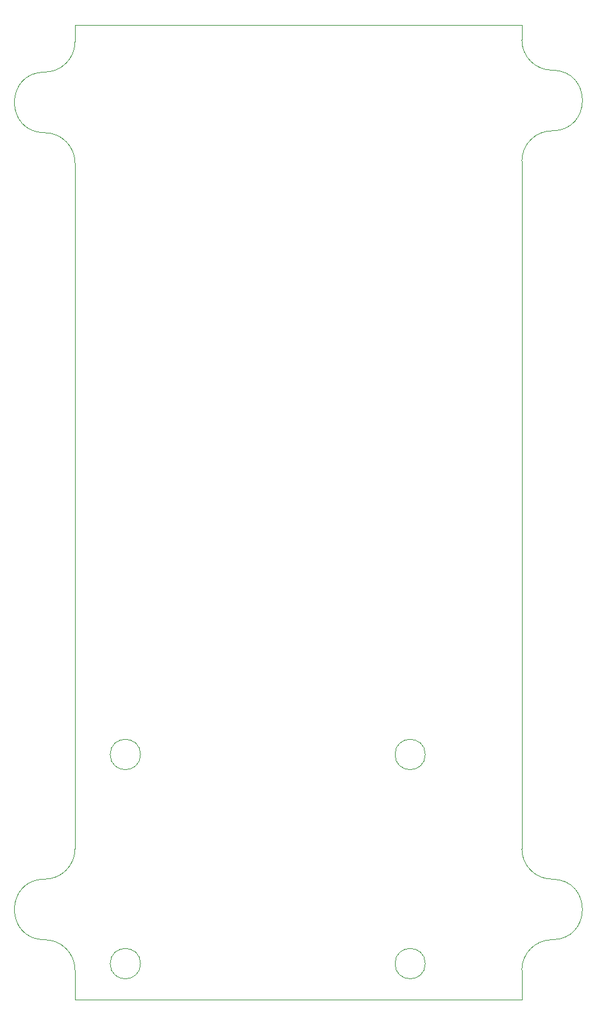
<source format=gbr>
%TF.GenerationSoftware,KiCad,Pcbnew,9.0.7-9.0.7~ubuntu24.04.1*%
%TF.CreationDate,2026-01-14T12:58:49+00:00*%
%TF.ProjectId,LIFT,4c494654-2e6b-4696-9361-645f70636258,rev?*%
%TF.SameCoordinates,Original*%
%TF.FileFunction,Profile,NP*%
%FSLAX46Y46*%
G04 Gerber Fmt 4.6, Leading zero omitted, Abs format (unit mm)*
G04 Created by KiCad (PCBNEW 9.0.7-9.0.7~ubuntu24.04.1) date 2026-01-14 12:58:49*
%MOMM*%
%LPD*%
G01*
G04 APERTURE LIST*
%TA.AperFunction,Profile*%
%ADD10C,0.050000*%
%TD*%
G04 APERTURE END LIST*
D10*
X123500000Y-138500000D02*
X123500000Y-111750000D01*
X119500000Y-150500000D02*
G75*
G02*
X123500000Y-154500000I0J-4000000D01*
G01*
X186500000Y-142507821D02*
G75*
G02*
X186500000Y-150492179I0J-3992179D01*
G01*
X182500000Y-31750000D02*
X182500000Y-29750000D01*
X182492179Y-154500000D02*
G75*
G02*
X186500000Y-150492179I4007821J0D01*
G01*
X119500000Y-150500000D02*
G75*
G02*
X119500000Y-142500000I0J4000000D01*
G01*
X186500000Y-35750000D02*
G75*
G02*
X182500000Y-31750000I0J4000000D01*
G01*
X123500000Y-154500000D02*
X123500000Y-155000000D01*
X123500000Y-29750000D02*
X182500000Y-29750000D01*
X123750000Y-158375000D02*
X123500000Y-158375000D01*
X123500000Y-155000000D02*
X123500000Y-158375000D01*
X182492179Y-154500000D02*
X182492179Y-158375000D01*
X123500000Y-32000000D02*
X123500000Y-29750000D01*
X119500000Y-44000000D02*
G75*
G02*
X119500000Y-36000000I0J4000000D01*
G01*
X119500000Y-44000000D02*
G75*
G02*
X123500000Y-48000000I0J-4000000D01*
G01*
X182500000Y-47750000D02*
X182500000Y-111750000D01*
X182500000Y-111750000D02*
X182500000Y-138500000D01*
X186500000Y-142500000D02*
G75*
G02*
X182500000Y-138500000I0J4000000D01*
G01*
X123500000Y-32000000D02*
G75*
G02*
X119500000Y-36000000I-4000000J0D01*
G01*
X123500000Y-111750000D02*
X123500000Y-48000000D01*
X182492179Y-158375000D02*
X123750000Y-158375000D01*
X123500000Y-138500000D02*
G75*
G02*
X119500000Y-142500000I-4000000J0D01*
G01*
X182500000Y-47750000D02*
G75*
G02*
X186500000Y-43750000I4000000J0D01*
G01*
X186500000Y-35750000D02*
G75*
G02*
X186500000Y-43750000I0J-4000000D01*
G01*
%TO.C,U7*%
X132150000Y-126050000D02*
G75*
G02*
X128150000Y-126050000I-2000000J0D01*
G01*
X128150000Y-126050000D02*
G75*
G02*
X132150000Y-126050000I2000000J0D01*
G01*
X132150000Y-153650000D02*
G75*
G02*
X128150000Y-153650000I-2000000J0D01*
G01*
X128150000Y-153650000D02*
G75*
G02*
X132150000Y-153650000I2000000J0D01*
G01*
X169750000Y-126050000D02*
G75*
G02*
X165750000Y-126050000I-2000000J0D01*
G01*
X165750000Y-126050000D02*
G75*
G02*
X169750000Y-126050000I2000000J0D01*
G01*
X169750000Y-153650000D02*
G75*
G02*
X165750000Y-153650000I-2000000J0D01*
G01*
X165750000Y-153650000D02*
G75*
G02*
X169750000Y-153650000I2000000J0D01*
G01*
%TD*%
M02*

</source>
